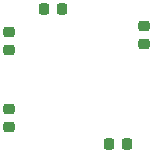
<source format=gbp>
G04 #@! TF.GenerationSoftware,KiCad,Pcbnew,7.0.8-7.0.8~ubuntu22.04.1*
G04 #@! TF.CreationDate,2024-01-26T16:09:11+01:00*
G04 #@! TF.ProjectId,torso,746f7273-6f2e-46b6-9963-61645f706362,1.1*
G04 #@! TF.SameCoordinates,Original*
G04 #@! TF.FileFunction,Paste,Bot*
G04 #@! TF.FilePolarity,Positive*
%FSLAX46Y46*%
G04 Gerber Fmt 4.6, Leading zero omitted, Abs format (unit mm)*
G04 Created by KiCad (PCBNEW 7.0.8-7.0.8~ubuntu22.04.1) date 2024-01-26 16:09:11*
%MOMM*%
%LPD*%
G01*
G04 APERTURE LIST*
G04 Aperture macros list*
%AMRoundRect*
0 Rectangle with rounded corners*
0 $1 Rounding radius*
0 $2 $3 $4 $5 $6 $7 $8 $9 X,Y pos of 4 corners*
0 Add a 4 corners polygon primitive as box body*
4,1,4,$2,$3,$4,$5,$6,$7,$8,$9,$2,$3,0*
0 Add four circle primitives for the rounded corners*
1,1,$1+$1,$2,$3*
1,1,$1+$1,$4,$5*
1,1,$1+$1,$6,$7*
1,1,$1+$1,$8,$9*
0 Add four rect primitives between the rounded corners*
20,1,$1+$1,$2,$3,$4,$5,0*
20,1,$1+$1,$4,$5,$6,$7,0*
20,1,$1+$1,$6,$7,$8,$9,0*
20,1,$1+$1,$8,$9,$2,$3,0*%
G04 Aperture macros list end*
%ADD10RoundRect,0.225000X-0.250000X0.225000X-0.250000X-0.225000X0.250000X-0.225000X0.250000X0.225000X0*%
%ADD11RoundRect,0.225000X-0.225000X-0.250000X0.225000X-0.250000X0.225000X0.250000X-0.225000X0.250000X0*%
%ADD12RoundRect,0.225000X0.250000X-0.225000X0.250000X0.225000X-0.250000X0.225000X-0.250000X-0.225000X0*%
%ADD13RoundRect,0.225000X0.225000X0.250000X-0.225000X0.250000X-0.225000X-0.250000X0.225000X-0.250000X0*%
G04 APERTURE END LIST*
D10*
X97100000Y-89725000D03*
X97100000Y-91275000D03*
X97100000Y-83225000D03*
X97100000Y-84775000D03*
D11*
X105525000Y-92700000D03*
X107075000Y-92700000D03*
D12*
X108500000Y-84275000D03*
X108500000Y-82725000D03*
D13*
X101575000Y-81300000D03*
X100025000Y-81300000D03*
M02*

</source>
